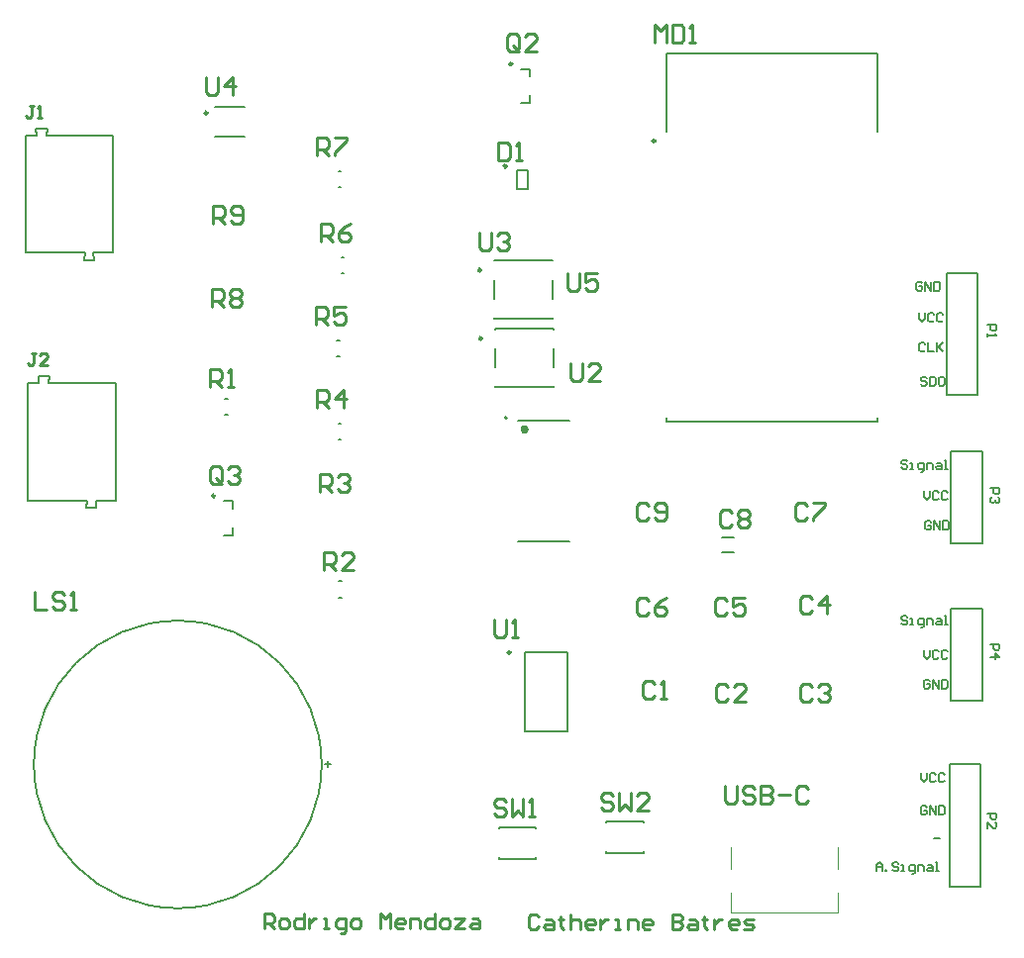
<source format=gto>
%TF.GenerationSoftware,Altium Limited,Altium Designer,22.4.2 (48)*%
G04 Layer_Color=65535*
%FSLAX45Y45*%
%MOMM*%
%TF.SameCoordinates,2FA726A9-CE4F-4E86-892B-79CA134EB5E5*%
%TF.FilePolarity,Positive*%
%TF.FileFunction,Legend,Top*%
%TF.Part,Single*%
G01*
G75*
%TA.AperFunction,NonConductor*%
%ADD41C,0.25000*%
%ADD42C,0.20000*%
%ADD43C,0.30000*%
%ADD44C,0.15000*%
%ADD45C,0.12000*%
%ADD46C,0.25400*%
%ADD47C,0.12700*%
D41*
X10991300Y10351000D02*
G03*
X10991300Y10351000I-12500J0D01*
G01*
X9509100Y8661200D02*
G03*
X9509100Y8661200I-12500J0D01*
G01*
X9501700Y9245600D02*
G03*
X9501700Y9245600I-12500J0D01*
G01*
X9720200Y10136300D02*
G03*
X9720200Y10136300I-12500J0D01*
G01*
X9753400Y5973800D02*
G03*
X9753400Y5973800I-12500J0D01*
G01*
X9767700Y11010400D02*
G03*
X9767700Y11010400I-12500J0D01*
G01*
X7227700Y7314700D02*
G03*
X7227700Y7314700I-12500J0D01*
G01*
X7163300Y10590600D02*
G03*
X7163300Y10590600I-12500J0D01*
G01*
D42*
X9723000Y7982200D02*
G03*
X9723000Y7982200I-10000J0D01*
G01*
X13505299Y5018800D02*
X13774300D01*
X13505299Y3972800D02*
Y5018800D01*
Y3972800D02*
X13774300D01*
Y5018800D01*
X11083800Y11100000D02*
X12893800D01*
Y7950000D02*
Y7982500D01*
Y10433500D02*
Y11100000D01*
X11083800Y7950000D02*
X12893800D01*
X11083800D02*
Y7982500D01*
Y10433500D02*
Y11100000D01*
X9621600Y8746200D02*
X10121600D01*
X9621600Y8246200D02*
X10121600D01*
X9621600D02*
Y8251200D01*
X10121600Y8246200D02*
Y8251200D01*
Y8741200D02*
Y8746200D01*
X9621600Y8741200D02*
Y8746200D01*
Y8416200D02*
Y8576200D01*
X10121600Y8416200D02*
Y8576200D01*
X10114200Y9000600D02*
Y9160600D01*
X9614200Y9000600D02*
Y9160600D01*
Y9325600D02*
Y9330600D01*
X10114200Y9325600D02*
Y9330600D01*
Y8830600D02*
Y8835600D01*
X9614200Y8830600D02*
Y8835600D01*
Y8830600D02*
X10114200D01*
X9614200Y9330600D02*
X10114200D01*
X9813000Y7957200D02*
X10253000D01*
X9813000Y6927200D02*
X10253000D01*
X5786709Y10393319D02*
X6356709D01*
X5606709D02*
X5701709D01*
X5786709D02*
X5791709Y10453319D01*
X5696709D02*
X5701709Y10393319D01*
X5696709Y10453319D02*
X5791709D01*
X5606709Y9393313D02*
X6116707D01*
X5606709D02*
Y10393319D01*
X6186707Y9393313D02*
X6356707D01*
X6186707D02*
X6194207Y9333313D01*
X6109207D02*
X6116707Y9393313D01*
X6109207Y9333313D02*
X6194207D01*
X6356707Y9393313D02*
X6356709Y10393319D01*
X13787000Y5560300D02*
Y6352300D01*
X13517999Y5560300D02*
X13787000D01*
X13517999D02*
Y6352300D01*
X13787000D01*
Y6906500D02*
Y7698500D01*
X13517999Y6906500D02*
X13787000D01*
X13517999D02*
Y7698500D01*
X13787000D01*
X13748900Y8176500D02*
Y9222500D01*
X13479900Y8176500D02*
X13748900D01*
X13479900D02*
Y9222500D01*
X13748900D01*
X11559700Y6959600D02*
X11659700D01*
X11559700Y6832600D02*
X11659700D01*
X9900200Y9937800D02*
Y10102800D01*
X9810200Y9937800D02*
Y10102800D01*
X9900200D01*
X9810200Y9937800D02*
X9900200D01*
X9873400Y5303800D02*
X10243400D01*
X9873400Y5973800D02*
X10243400D01*
Y5303800D02*
Y5973800D01*
X9873400Y5303800D02*
Y5973800D01*
X8284700Y6445100D02*
X8309700D01*
X8284700Y6585100D02*
X8309700D01*
X7311300Y8007200D02*
X7336300D01*
X7311300Y8147200D02*
X7336300D01*
X9838700Y10966400D02*
X9920200D01*
Y10900400D02*
Y10966400D01*
X9838700Y10674400D02*
X9920200D01*
Y10740400D01*
X8283100Y7928800D02*
X8303100D01*
X8283100Y7793800D02*
X8303100D01*
X8309400Y9351200D02*
X8329400D01*
X8309400Y9216200D02*
X8329400D01*
X8282200Y10087800D02*
X8302200D01*
X8282200Y9952800D02*
X8302200D01*
X7298700Y7270700D02*
X7380200D01*
Y7204700D02*
Y7270700D01*
X7298700Y6978700D02*
X7380200D01*
Y7044700D01*
X8270400Y8640000D02*
X8290400D01*
X8270400Y8505000D02*
X8290400D01*
X10891500Y4259200D02*
Y4271700D01*
Y4516700D02*
Y4529200D01*
X10571500D02*
X10891500D01*
X10571500Y4259200D02*
Y4271700D01*
Y4516700D02*
Y4529200D01*
Y4259200D02*
X10891500D01*
X9652200Y4465900D02*
Y4478400D01*
Y4208400D02*
Y4220900D01*
Y4208400D02*
X9972200D01*
Y4465900D02*
Y4478400D01*
Y4208400D02*
Y4220900D01*
X9652200Y4478400D02*
X9972200D01*
X7223300Y10640600D02*
Y10645600D01*
Y10385600D02*
Y10390600D01*
Y10385600D02*
X7483300D01*
Y10640600D02*
Y10645600D01*
Y10385600D02*
Y10390600D01*
X7223300Y10645600D02*
X7483300D01*
X8193100Y4991500D02*
Y5041500D01*
X8168100Y5016500D02*
X8218100D01*
X5805207Y8276420D02*
X6375207D01*
X5625206D02*
X5720206D01*
X5805207D02*
X5810207Y8336420D01*
X5715207D02*
X5720206Y8276420D01*
X5715207Y8336420D02*
X5810207D01*
X5625206Y7276414D02*
X6135205D01*
X5625206D02*
Y8276420D01*
X6205205Y7276414D02*
X6375205D01*
X6205205D02*
X6212705Y7216414D01*
X6127705D02*
X6135205Y7276414D01*
X6127705Y7216414D02*
X6212705D01*
X6375205Y7276414D02*
X6375207Y8276420D01*
D43*
X9893000Y7882200D02*
G03*
X9893000Y7882200I-20000J0D01*
G01*
D44*
X8138100Y5016500D02*
G03*
X8138100Y5016500I-1230000J0D01*
G01*
D45*
X11632400Y3749000D02*
X12548400D01*
X11632400D02*
Y3919500D01*
X12548400Y3749000D02*
Y3919500D01*
Y4120500D02*
Y4312500D01*
X11632400Y4120500D02*
Y4312500D01*
D46*
X7645400Y3611020D02*
Y3737979D01*
X7708879D01*
X7730039Y3716819D01*
Y3674499D01*
X7708879Y3653339D01*
X7645400D01*
X7687720D02*
X7730039Y3611020D01*
X7793519D02*
X7835838D01*
X7856998Y3632179D01*
Y3674499D01*
X7835838Y3695659D01*
X7793519D01*
X7772359Y3674499D01*
Y3632179D01*
X7793519Y3611020D01*
X7983957Y3737979D02*
Y3611020D01*
X7920477D01*
X7899318Y3632179D01*
Y3674499D01*
X7920477Y3695659D01*
X7983957D01*
X8026277D02*
Y3611020D01*
Y3653339D01*
X8047436Y3674499D01*
X8068596Y3695659D01*
X8089756D01*
X8153235Y3611020D02*
X8195555D01*
X8174395D01*
Y3695659D01*
X8153235D01*
X8301354Y3568700D02*
X8322514D01*
X8343674Y3589860D01*
Y3695659D01*
X8280194D01*
X8259035Y3674499D01*
Y3632179D01*
X8280194Y3611020D01*
X8343674D01*
X8407153D02*
X8449473D01*
X8470633Y3632179D01*
Y3674499D01*
X8449473Y3695659D01*
X8407153D01*
X8385993Y3674499D01*
Y3632179D01*
X8407153Y3611020D01*
X8639911D02*
Y3737979D01*
X8682231Y3695659D01*
X8724550Y3737979D01*
Y3611020D01*
X8830349D02*
X8788030D01*
X8766870Y3632179D01*
Y3674499D01*
X8788030Y3695659D01*
X8830349D01*
X8851509Y3674499D01*
Y3653339D01*
X8766870D01*
X8893829Y3611020D02*
Y3695659D01*
X8957308D01*
X8978468Y3674499D01*
Y3611020D01*
X9105427Y3737979D02*
Y3611020D01*
X9041947D01*
X9020788Y3632179D01*
Y3674499D01*
X9041947Y3695659D01*
X9105427D01*
X9168906Y3611020D02*
X9211226D01*
X9232386Y3632179D01*
Y3674499D01*
X9211226Y3695659D01*
X9168906D01*
X9147746Y3674499D01*
Y3632179D01*
X9168906Y3611020D01*
X9274705Y3695659D02*
X9359345D01*
X9274705Y3611020D01*
X9359345D01*
X9422824Y3695659D02*
X9465144D01*
X9486304Y3674499D01*
Y3611020D01*
X9422824D01*
X9401664Y3632179D01*
X9422824Y3653339D01*
X9486304D01*
X9990639Y3712599D02*
X9969479Y3733759D01*
X9927160D01*
X9906000Y3712599D01*
Y3627960D01*
X9927160Y3606800D01*
X9969479D01*
X9990639Y3627960D01*
X10054119Y3691439D02*
X10096438D01*
X10117598Y3670279D01*
Y3606800D01*
X10054119D01*
X10032959Y3627960D01*
X10054119Y3649120D01*
X10117598D01*
X10181077Y3712599D02*
Y3691439D01*
X10159918D01*
X10202237D01*
X10181077D01*
Y3627960D01*
X10202237Y3606800D01*
X10265717Y3733759D02*
Y3606800D01*
Y3670279D01*
X10286877Y3691439D01*
X10329196D01*
X10350356Y3670279D01*
Y3606800D01*
X10456155D02*
X10413835D01*
X10392676Y3627960D01*
Y3670279D01*
X10413835Y3691439D01*
X10456155D01*
X10477315Y3670279D01*
Y3649120D01*
X10392676D01*
X10519635Y3691439D02*
Y3606800D01*
Y3649120D01*
X10540794Y3670279D01*
X10561954Y3691439D01*
X10583114D01*
X10646593Y3606800D02*
X10688913D01*
X10667753D01*
Y3691439D01*
X10646593D01*
X10752393Y3606800D02*
Y3691439D01*
X10815872D01*
X10837032Y3670279D01*
Y3606800D01*
X10942831D02*
X10900511D01*
X10879351Y3627960D01*
Y3670279D01*
X10900511Y3691439D01*
X10942831D01*
X10963991Y3670279D01*
Y3649120D01*
X10879351D01*
X11133269Y3733759D02*
Y3606800D01*
X11196748D01*
X11217908Y3627960D01*
Y3649120D01*
X11196748Y3670279D01*
X11133269D01*
X11196748D01*
X11217908Y3691439D01*
Y3712599D01*
X11196748Y3733759D01*
X11133269D01*
X11281388Y3691439D02*
X11323707D01*
X11344867Y3670279D01*
Y3606800D01*
X11281388D01*
X11260228Y3627960D01*
X11281388Y3649120D01*
X11344867D01*
X11408346Y3712599D02*
Y3691439D01*
X11387187D01*
X11429506D01*
X11408346D01*
Y3627960D01*
X11429506Y3606800D01*
X11492986Y3691439D02*
Y3606800D01*
Y3649120D01*
X11514146Y3670279D01*
X11535306Y3691439D01*
X11556465D01*
X11683424Y3606800D02*
X11641104D01*
X11619945Y3627960D01*
Y3670279D01*
X11641104Y3691439D01*
X11683424D01*
X11704584Y3670279D01*
Y3649120D01*
X11619945D01*
X11746904Y3606800D02*
X11810383D01*
X11831543Y3627960D01*
X11810383Y3649120D01*
X11768063D01*
X11746904Y3670279D01*
X11768063Y3691439D01*
X11831543D01*
X10236241Y9220175D02*
Y9093217D01*
X10261633Y9067825D01*
X10312417D01*
X10337808Y9093217D01*
Y9220175D01*
X10490159D02*
X10388592D01*
Y9144000D01*
X10439375Y9169392D01*
X10464767D01*
X10490159Y9144000D01*
Y9093217D01*
X10464767Y9067825D01*
X10413984D01*
X10388592Y9093217D01*
X11582400Y4833571D02*
Y4706612D01*
X11607792Y4681220D01*
X11658575D01*
X11683967Y4706612D01*
Y4833571D01*
X11836318Y4808179D02*
X11810926Y4833571D01*
X11760143D01*
X11734751Y4808179D01*
Y4782787D01*
X11760143Y4757395D01*
X11810926D01*
X11836318Y4732003D01*
Y4706612D01*
X11810926Y4681220D01*
X11760143D01*
X11734751Y4706612D01*
X11887101Y4833571D02*
Y4681220D01*
X11963277D01*
X11988669Y4706612D01*
Y4732003D01*
X11963277Y4757395D01*
X11887101D01*
X11963277D01*
X11988669Y4782787D01*
Y4808179D01*
X11963277Y4833571D01*
X11887101D01*
X12039452Y4757395D02*
X12141019D01*
X12293370Y4808179D02*
X12267978Y4833571D01*
X12217195D01*
X12191803Y4808179D01*
Y4706612D01*
X12217195Y4681220D01*
X12267978D01*
X12293370Y4706612D01*
X7150100Y10894011D02*
Y10767052D01*
X7175492Y10741660D01*
X7226275D01*
X7251667Y10767052D01*
Y10894011D01*
X7378626Y10741660D02*
Y10894011D01*
X7302451Y10817835D01*
X7404018D01*
X9489440Y9570671D02*
Y9443712D01*
X9514832Y9418320D01*
X9565615D01*
X9591007Y9443712D01*
Y9570671D01*
X9641791Y9545279D02*
X9667183Y9570671D01*
X9717966D01*
X9743358Y9545279D01*
Y9519887D01*
X9717966Y9494495D01*
X9692574D01*
X9717966D01*
X9743358Y9469103D01*
Y9443712D01*
X9717966Y9418320D01*
X9667183D01*
X9641791Y9443712D01*
X10261641Y8445475D02*
Y8318517D01*
X10287033Y8293125D01*
X10337817D01*
X10363208Y8318517D01*
Y8445475D01*
X10515559Y8293125D02*
X10413992D01*
X10515559Y8394692D01*
Y8420083D01*
X10490167Y8445475D01*
X10439384D01*
X10413992Y8420083D01*
X9611360Y6255971D02*
Y6129012D01*
X9636752Y6103620D01*
X9687535D01*
X9712927Y6129012D01*
Y6255971D01*
X9763711Y6103620D02*
X9814494D01*
X9789103D01*
Y6255971D01*
X9763711Y6230579D01*
X10627327Y4752299D02*
X10601935Y4777691D01*
X10551152D01*
X10525760Y4752299D01*
Y4726907D01*
X10551152Y4701515D01*
X10601935D01*
X10627327Y4676123D01*
Y4650732D01*
X10601935Y4625340D01*
X10551152D01*
X10525760Y4650732D01*
X10678111Y4777691D02*
Y4625340D01*
X10728894Y4676123D01*
X10779678Y4625340D01*
Y4777691D01*
X10932029Y4625340D02*
X10830461D01*
X10932029Y4726907D01*
Y4752299D01*
X10906637Y4777691D01*
X10855853D01*
X10830461Y4752299D01*
X9710387Y4701499D02*
X9684995Y4726891D01*
X9634212D01*
X9608820Y4701499D01*
Y4676107D01*
X9634212Y4650715D01*
X9684995D01*
X9710387Y4625323D01*
Y4599932D01*
X9684995Y4574540D01*
X9634212D01*
X9608820Y4599932D01*
X9761171Y4726891D02*
Y4574540D01*
X9811954Y4625323D01*
X9862738Y4574540D01*
Y4726891D01*
X9913521Y4574540D02*
X9964305D01*
X9938913D01*
Y4726891D01*
X9913521Y4701499D01*
X7211060Y9644380D02*
Y9796731D01*
X7287235D01*
X7312627Y9771339D01*
Y9720555D01*
X7287235Y9695163D01*
X7211060D01*
X7261843D02*
X7312627Y9644380D01*
X7363411Y9669772D02*
X7388803Y9644380D01*
X7439586D01*
X7464978Y9669772D01*
Y9771339D01*
X7439586Y9796731D01*
X7388803D01*
X7363411Y9771339D01*
Y9745947D01*
X7388803Y9720555D01*
X7464978D01*
X7198360Y8933180D02*
Y9085531D01*
X7274535D01*
X7299927Y9060139D01*
Y9009355D01*
X7274535Y8983963D01*
X7198360D01*
X7249143D02*
X7299927Y8933180D01*
X7350711Y9060139D02*
X7376103Y9085531D01*
X7426886D01*
X7452278Y9060139D01*
Y9034747D01*
X7426886Y9009355D01*
X7452278Y8983963D01*
Y8958572D01*
X7426886Y8933180D01*
X7376103D01*
X7350711Y8958572D01*
Y8983963D01*
X7376103Y9009355D01*
X7350711Y9034747D01*
Y9060139D01*
X7376103Y9009355D02*
X7426886D01*
X8100060Y10228580D02*
Y10380931D01*
X8176235D01*
X8201627Y10355539D01*
Y10304755D01*
X8176235Y10279363D01*
X8100060D01*
X8150843D02*
X8201627Y10228580D01*
X8252411Y10380931D02*
X8353978D01*
Y10355539D01*
X8252411Y10253972D01*
Y10228580D01*
X8128000Y9491980D02*
Y9644331D01*
X8204175D01*
X8229567Y9618939D01*
Y9568155D01*
X8204175Y9542763D01*
X8128000D01*
X8178783D02*
X8229567Y9491980D01*
X8381918Y9644331D02*
X8331134Y9618939D01*
X8280351Y9568155D01*
Y9517372D01*
X8305743Y9491980D01*
X8356526D01*
X8381918Y9517372D01*
Y9542763D01*
X8356526Y9568155D01*
X8280351D01*
X8087360Y8780780D02*
Y8933131D01*
X8163535D01*
X8188927Y8907739D01*
Y8856955D01*
X8163535Y8831563D01*
X8087360D01*
X8138143D02*
X8188927Y8780780D01*
X8341278Y8933131D02*
X8239711D01*
Y8856955D01*
X8290494Y8882347D01*
X8315886D01*
X8341278Y8856955D01*
Y8806172D01*
X8315886Y8780780D01*
X8265103D01*
X8239711Y8806172D01*
X8100060Y8069580D02*
Y8221931D01*
X8176235D01*
X8201627Y8196539D01*
Y8145755D01*
X8176235Y8120363D01*
X8100060D01*
X8150843D02*
X8201627Y8069580D01*
X8328586D02*
Y8221931D01*
X8252411Y8145755D01*
X8353978D01*
X8125460Y7345680D02*
Y7498031D01*
X8201635D01*
X8227027Y7472639D01*
Y7421855D01*
X8201635Y7396463D01*
X8125460D01*
X8176243D02*
X8227027Y7345680D01*
X8277811Y7472639D02*
X8303203Y7498031D01*
X8353986D01*
X8379378Y7472639D01*
Y7447247D01*
X8353986Y7421855D01*
X8328594D01*
X8353986D01*
X8379378Y7396463D01*
Y7371072D01*
X8353986Y7345680D01*
X8303203D01*
X8277811Y7371072D01*
X8158480Y6682740D02*
Y6835091D01*
X8234655D01*
X8260047Y6809699D01*
Y6758915D01*
X8234655Y6733523D01*
X8158480D01*
X8209263D02*
X8260047Y6682740D01*
X8412398D02*
X8310831D01*
X8412398Y6784307D01*
Y6809699D01*
X8387006Y6835091D01*
X8336223D01*
X8310831Y6809699D01*
X7183120Y8244840D02*
Y8397191D01*
X7259295D01*
X7284687Y8371799D01*
Y8321015D01*
X7259295Y8295623D01*
X7183120D01*
X7233903D02*
X7284687Y8244840D01*
X7335471D02*
X7386254D01*
X7360863D01*
Y8397191D01*
X7335471Y8371799D01*
X7284687Y7442192D02*
Y7543759D01*
X7259295Y7569151D01*
X7208512D01*
X7183120Y7543759D01*
Y7442192D01*
X7208512Y7416800D01*
X7259295D01*
X7233903Y7467583D02*
X7284687Y7416800D01*
X7259295D02*
X7284687Y7442192D01*
X7335471Y7543759D02*
X7360863Y7569151D01*
X7411646D01*
X7437038Y7543759D01*
Y7518367D01*
X7411646Y7492975D01*
X7386254D01*
X7411646D01*
X7437038Y7467583D01*
Y7442192D01*
X7411646Y7416800D01*
X7360863D01*
X7335471Y7442192D01*
X9824687Y11137892D02*
Y11239459D01*
X9799295Y11264851D01*
X9748512D01*
X9723120Y11239459D01*
Y11137892D01*
X9748512Y11112500D01*
X9799295D01*
X9773903Y11163283D02*
X9824687Y11112500D01*
X9799295D02*
X9824687Y11137892D01*
X9977038Y11112500D02*
X9875471D01*
X9977038Y11214067D01*
Y11239459D01*
X9951646Y11264851D01*
X9900863D01*
X9875471Y11239459D01*
X10980420Y11196320D02*
Y11348671D01*
X11031203Y11297887D01*
X11081987Y11348671D01*
Y11196320D01*
X11132771Y11348671D02*
Y11196320D01*
X11208946D01*
X11234338Y11221712D01*
Y11323279D01*
X11208946Y11348671D01*
X11132771D01*
X11285121Y11196320D02*
X11335905D01*
X11310513D01*
Y11348671D01*
X11285121Y11323279D01*
X5684520Y6494731D02*
Y6342380D01*
X5786087D01*
X5938438Y6469339D02*
X5913046Y6494731D01*
X5862263D01*
X5836871Y6469339D01*
Y6443947D01*
X5862263Y6418555D01*
X5913046D01*
X5938438Y6393163D01*
Y6367772D01*
X5913046Y6342380D01*
X5862263D01*
X5836871Y6367772D01*
X5989221Y6342380D02*
X6040005D01*
X6014613D01*
Y6494731D01*
X5989221Y6469339D01*
X5696351Y8536907D02*
X5662496D01*
X5679423D01*
Y8452268D01*
X5662496Y8435340D01*
X5645568D01*
X5628640Y8452268D01*
X5797919Y8435340D02*
X5730207D01*
X5797919Y8503051D01*
Y8519979D01*
X5780991Y8536907D01*
X5747135D01*
X5730207Y8519979D01*
X5678571Y10652727D02*
X5644716D01*
X5661643D01*
Y10568088D01*
X5644716Y10551160D01*
X5627788D01*
X5610860Y10568088D01*
X5712427Y10551160D02*
X5746283D01*
X5729355D01*
Y10652727D01*
X5712427Y10635799D01*
X9647133Y10337775D02*
Y10185425D01*
X9723308D01*
X9748700Y10210817D01*
Y10312383D01*
X9723308Y10337775D01*
X9647133D01*
X9799484Y10185425D02*
X9850267D01*
X9824876D01*
Y10337775D01*
X9799484Y10312383D01*
X10932127Y7231339D02*
X10906735Y7256731D01*
X10855952D01*
X10830560Y7231339D01*
Y7129772D01*
X10855952Y7104380D01*
X10906735D01*
X10932127Y7129772D01*
X10982911D02*
X11008303Y7104380D01*
X11059086D01*
X11084478Y7129772D01*
Y7231339D01*
X11059086Y7256731D01*
X11008303D01*
X10982911Y7231339D01*
Y7205947D01*
X11008303Y7180555D01*
X11084478D01*
X11645867Y7172919D02*
X11620475Y7198311D01*
X11569692D01*
X11544300Y7172919D01*
Y7071352D01*
X11569692Y7045960D01*
X11620475D01*
X11645867Y7071352D01*
X11696651Y7172919D02*
X11722043Y7198311D01*
X11772826D01*
X11798218Y7172919D01*
Y7147527D01*
X11772826Y7122135D01*
X11798218Y7096743D01*
Y7071352D01*
X11772826Y7045960D01*
X11722043D01*
X11696651Y7071352D01*
Y7096743D01*
X11722043Y7122135D01*
X11696651Y7147527D01*
Y7172919D01*
X11722043Y7122135D02*
X11772826D01*
X12285947Y7231339D02*
X12260555Y7256731D01*
X12209772D01*
X12184380Y7231339D01*
Y7129772D01*
X12209772Y7104380D01*
X12260555D01*
X12285947Y7129772D01*
X12336731Y7256731D02*
X12438298D01*
Y7231339D01*
X12336731Y7129772D01*
Y7104380D01*
X10932127Y6418539D02*
X10906735Y6443931D01*
X10855952D01*
X10830560Y6418539D01*
Y6316972D01*
X10855952Y6291580D01*
X10906735D01*
X10932127Y6316972D01*
X11084478Y6443931D02*
X11033694Y6418539D01*
X10982911Y6367755D01*
Y6316972D01*
X11008303Y6291580D01*
X11059086D01*
X11084478Y6316972D01*
Y6342363D01*
X11059086Y6367755D01*
X10982911D01*
X11605227Y6418539D02*
X11579835Y6443931D01*
X11529052D01*
X11503660Y6418539D01*
Y6316972D01*
X11529052Y6291580D01*
X11579835D01*
X11605227Y6316972D01*
X11757578Y6443931D02*
X11656011D01*
Y6367755D01*
X11706794Y6393147D01*
X11732186D01*
X11757578Y6367755D01*
Y6316972D01*
X11732186Y6291580D01*
X11681403D01*
X11656011Y6316972D01*
X12329127Y6431239D02*
X12303735Y6456631D01*
X12252952D01*
X12227560Y6431239D01*
Y6329672D01*
X12252952Y6304280D01*
X12303735D01*
X12329127Y6329672D01*
X12456086Y6304280D02*
Y6456631D01*
X12379911Y6380455D01*
X12481478D01*
X12329127Y5681939D02*
X12303735Y5707331D01*
X12252952D01*
X12227560Y5681939D01*
Y5580372D01*
X12252952Y5554980D01*
X12303735D01*
X12329127Y5580372D01*
X12379911Y5681939D02*
X12405303Y5707331D01*
X12456086D01*
X12481478Y5681939D01*
Y5656547D01*
X12456086Y5631155D01*
X12430694D01*
X12456086D01*
X12481478Y5605763D01*
Y5580372D01*
X12456086Y5554980D01*
X12405303D01*
X12379911Y5580372D01*
X11610307Y5681939D02*
X11584915Y5707331D01*
X11534132D01*
X11508740Y5681939D01*
Y5580372D01*
X11534132Y5554980D01*
X11584915D01*
X11610307Y5580372D01*
X11762658Y5554980D02*
X11661091D01*
X11762658Y5656547D01*
Y5681939D01*
X11737266Y5707331D01*
X11686483D01*
X11661091Y5681939D01*
X10982927Y5707339D02*
X10957535Y5732731D01*
X10906752D01*
X10881360Y5707339D01*
Y5605772D01*
X10906752Y5580380D01*
X10957535D01*
X10982927Y5605772D01*
X11033711Y5580380D02*
X11084494D01*
X11059103D01*
Y5732731D01*
X11033711Y5707339D01*
D47*
X13373100Y4381500D02*
X13423883D01*
X12877800Y4102092D02*
Y4152875D01*
X12903192Y4178267D01*
X12928583Y4152875D01*
Y4102092D01*
Y4140180D01*
X12877800D01*
X12953975Y4102092D02*
Y4114788D01*
X12966672D01*
Y4102092D01*
X12953975D01*
X13068237Y4165571D02*
X13055544Y4178267D01*
X13030151D01*
X13017455Y4165571D01*
Y4152875D01*
X13030151Y4140180D01*
X13055544D01*
X13068237Y4127484D01*
Y4114788D01*
X13055544Y4102092D01*
X13030151D01*
X13017455Y4114788D01*
X13093629Y4102092D02*
X13119022D01*
X13106326D01*
Y4152875D01*
X13093629D01*
X13182501Y4076700D02*
X13195197D01*
X13207893Y4089396D01*
Y4152875D01*
X13169806D01*
X13157111Y4140180D01*
Y4114788D01*
X13169806Y4102092D01*
X13207893D01*
X13233286D02*
Y4152875D01*
X13271373D01*
X13284068Y4140180D01*
Y4102092D01*
X13322156Y4152875D02*
X13347548D01*
X13360245Y4140180D01*
Y4102092D01*
X13322156D01*
X13309460Y4114788D01*
X13322156Y4127484D01*
X13360245D01*
X13385635Y4102092D02*
X13411028D01*
X13398332D01*
Y4178267D01*
X13385635D01*
X13309583Y4648179D02*
X13296889Y4660875D01*
X13271497D01*
X13258800Y4648179D01*
Y4597396D01*
X13271497Y4584700D01*
X13296889D01*
X13309583Y4597396D01*
Y4622788D01*
X13284192D01*
X13334975Y4584700D02*
Y4660875D01*
X13385759Y4584700D01*
Y4660875D01*
X13411151D02*
Y4584700D01*
X13449239D01*
X13461934Y4597396D01*
Y4648179D01*
X13449239Y4660875D01*
X13411151D01*
X13258800Y4940275D02*
Y4889492D01*
X13284192Y4864100D01*
X13309583Y4889492D01*
Y4940275D01*
X13385759Y4927579D02*
X13373064Y4940275D01*
X13347672D01*
X13334975Y4927579D01*
Y4876796D01*
X13347672Y4864100D01*
X13373064D01*
X13385759Y4876796D01*
X13461934Y4927579D02*
X13449239Y4940275D01*
X13423846D01*
X13411151Y4927579D01*
Y4876796D01*
X13423846Y4864100D01*
X13449239D01*
X13461934Y4876796D01*
X13334982Y5727679D02*
X13322289Y5740375D01*
X13296896D01*
X13284200Y5727679D01*
Y5676896D01*
X13296896Y5664200D01*
X13322289D01*
X13334982Y5676896D01*
Y5702288D01*
X13309592D01*
X13360374Y5664200D02*
Y5740375D01*
X13411159Y5664200D01*
Y5740375D01*
X13436551D02*
Y5664200D01*
X13474638D01*
X13487334Y5676896D01*
Y5727679D01*
X13474638Y5740375D01*
X13436551D01*
X13284200Y5994375D02*
Y5943592D01*
X13309592Y5918200D01*
X13334982Y5943592D01*
Y5994375D01*
X13411159Y5981679D02*
X13398463Y5994375D01*
X13373071D01*
X13360374Y5981679D01*
Y5930896D01*
X13373071Y5918200D01*
X13398463D01*
X13411159Y5930896D01*
X13487334Y5981679D02*
X13474638Y5994375D01*
X13449248D01*
X13436551Y5981679D01*
Y5930896D01*
X13449248Y5918200D01*
X13474638D01*
X13487334Y5930896D01*
X13144482Y6273771D02*
X13131789Y6286467D01*
X13106396D01*
X13093700Y6273771D01*
Y6261075D01*
X13106396Y6248380D01*
X13131789D01*
X13144482Y6235684D01*
Y6222988D01*
X13131789Y6210292D01*
X13106396D01*
X13093700Y6222988D01*
X13169875Y6210292D02*
X13195267D01*
X13182571D01*
Y6261075D01*
X13169875D01*
X13258746Y6184900D02*
X13271443D01*
X13284138Y6197596D01*
Y6261075D01*
X13246051D01*
X13233356Y6248380D01*
Y6222988D01*
X13246051Y6210292D01*
X13284138D01*
X13309531D02*
Y6261075D01*
X13347618D01*
X13360313Y6248380D01*
Y6210292D01*
X13398401Y6261075D02*
X13423793D01*
X13436488Y6248380D01*
Y6210292D01*
X13398401D01*
X13385706Y6222988D01*
X13398401Y6235684D01*
X13436488D01*
X13461880Y6210292D02*
X13487273D01*
X13474577D01*
Y6286467D01*
X13461880D01*
X13347684Y7086579D02*
X13334988Y7099275D01*
X13309596D01*
X13296899Y7086579D01*
Y7035796D01*
X13309596Y7023100D01*
X13334988D01*
X13347684Y7035796D01*
Y7061188D01*
X13322292D01*
X13373074Y7023100D02*
Y7099275D01*
X13423859Y7023100D01*
Y7099275D01*
X13449251D02*
Y7023100D01*
X13487338D01*
X13500034Y7035796D01*
Y7086579D01*
X13487338Y7099275D01*
X13449251D01*
X13284200Y7353275D02*
Y7302492D01*
X13309592Y7277100D01*
X13334982Y7302492D01*
Y7353275D01*
X13411159Y7340579D02*
X13398463Y7353275D01*
X13373071D01*
X13360374Y7340579D01*
Y7289796D01*
X13373071Y7277100D01*
X13398463D01*
X13411159Y7289796D01*
X13487334Y7340579D02*
X13474638Y7353275D01*
X13449248D01*
X13436551Y7340579D01*
Y7289796D01*
X13449248Y7277100D01*
X13474638D01*
X13487334Y7289796D01*
X13144482Y7607271D02*
X13131789Y7619967D01*
X13106396D01*
X13093700Y7607271D01*
Y7594575D01*
X13106396Y7581880D01*
X13131789D01*
X13144482Y7569184D01*
Y7556488D01*
X13131789Y7543792D01*
X13106396D01*
X13093700Y7556488D01*
X13169875Y7543792D02*
X13195267D01*
X13182571D01*
Y7594575D01*
X13169875D01*
X13258746Y7518400D02*
X13271443D01*
X13284138Y7531096D01*
Y7594575D01*
X13246051D01*
X13233356Y7581880D01*
Y7556488D01*
X13246051Y7543792D01*
X13284138D01*
X13309531D02*
Y7594575D01*
X13347618D01*
X13360313Y7581880D01*
Y7543792D01*
X13398401Y7594575D02*
X13423793D01*
X13436488Y7581880D01*
Y7543792D01*
X13398401D01*
X13385706Y7556488D01*
X13398401Y7569184D01*
X13436488D01*
X13461880Y7543792D02*
X13487273D01*
X13474577D01*
Y7619967D01*
X13461880D01*
X13309583Y8318479D02*
X13296889Y8331175D01*
X13271497D01*
X13258800Y8318479D01*
Y8305783D01*
X13271497Y8293088D01*
X13296889D01*
X13309583Y8280392D01*
Y8267696D01*
X13296889Y8255000D01*
X13271497D01*
X13258800Y8267696D01*
X13334975Y8331175D02*
Y8255000D01*
X13373064D01*
X13385759Y8267696D01*
Y8318479D01*
X13373064Y8331175D01*
X13334975D01*
X13449239D02*
X13423846D01*
X13411151Y8318479D01*
Y8267696D01*
X13423846Y8255000D01*
X13449239D01*
X13461934Y8267696D01*
Y8318479D01*
X13449239Y8331175D01*
X13296883Y8610579D02*
X13284187Y8623275D01*
X13258797D01*
X13246100Y8610579D01*
Y8559796D01*
X13258797Y8547100D01*
X13284187D01*
X13296883Y8559796D01*
X13322275Y8623275D02*
Y8547100D01*
X13373059D01*
X13398451Y8623275D02*
Y8547100D01*
Y8572492D01*
X13449234Y8623275D01*
X13411147Y8585188D01*
X13449234Y8547100D01*
X13246100Y8877275D02*
Y8826492D01*
X13271492Y8801100D01*
X13296883Y8826492D01*
Y8877275D01*
X13373059Y8864579D02*
X13360362Y8877275D01*
X13334972D01*
X13322275Y8864579D01*
Y8813796D01*
X13334972Y8801100D01*
X13360362D01*
X13373059Y8813796D01*
X13449234Y8864579D02*
X13436539Y8877275D01*
X13411147D01*
X13398451Y8864579D01*
Y8813796D01*
X13411147Y8801100D01*
X13436539D01*
X13449234Y8813796D01*
X13271483Y9131279D02*
X13258788Y9143975D01*
X13233395D01*
X13220700Y9131279D01*
Y9080496D01*
X13233395Y9067800D01*
X13258788D01*
X13271483Y9080496D01*
Y9105888D01*
X13246092D01*
X13296875Y9067800D02*
Y9143975D01*
X13347659Y9067800D01*
Y9143975D01*
X13373051D02*
Y9067800D01*
X13411139D01*
X13423834Y9080496D01*
Y9131279D01*
X13411139Y9143975D01*
X13373051D01*
X13855711Y6045179D02*
X13931888D01*
Y6007092D01*
X13919193Y5994396D01*
X13893800D01*
X13881104Y6007092D01*
Y6045179D01*
X13855711Y5930916D02*
X13931888D01*
X13893800Y5969004D01*
Y5918221D01*
X13855711Y7378679D02*
X13931888D01*
Y7340592D01*
X13919193Y7327896D01*
X13893800D01*
X13881104Y7340592D01*
Y7378679D01*
X13919193Y7302504D02*
X13931888Y7289808D01*
Y7264416D01*
X13919193Y7251721D01*
X13906496D01*
X13893800Y7264416D01*
Y7277112D01*
Y7264416D01*
X13881104Y7251721D01*
X13868408D01*
X13855711Y7264416D01*
Y7289808D01*
X13868408Y7302504D01*
X13830312Y4597379D02*
X13906488D01*
Y4559291D01*
X13893793Y4546596D01*
X13868401D01*
X13855704Y4559291D01*
Y4597379D01*
X13830312Y4470420D02*
Y4521204D01*
X13881096Y4470420D01*
X13893793D01*
X13906488Y4483116D01*
Y4508508D01*
X13893793Y4521204D01*
X13830312Y8775683D02*
X13906488D01*
Y8737596D01*
X13893793Y8724900D01*
X13868401D01*
X13855704Y8737596D01*
Y8775683D01*
X13830312Y8699508D02*
Y8674116D01*
Y8686812D01*
X13906488D01*
X13893793Y8699508D01*
%TF.MD5,7cdf19c25edc75a71ef405d066d45f91*%
M02*

</source>
